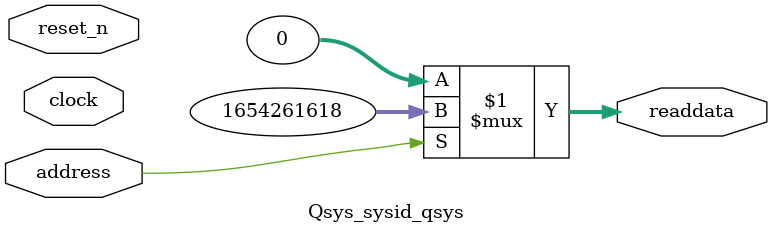
<source format=v>



// synthesis translate_off
`timescale 1ns / 1ps
// synthesis translate_on

// turn off superfluous verilog processor warnings 
// altera message_level Level1 
// altera message_off 10034 10035 10036 10037 10230 10240 10030 

module Qsys_sysid_qsys (
               // inputs:
                address,
                clock,
                reset_n,

               // outputs:
                readdata
             )
;

  output  [ 31: 0] readdata;
  input            address;
  input            clock;
  input            reset_n;

  wire    [ 31: 0] readdata;
  //control_slave, which is an e_avalon_slave
  assign readdata = address ? 1654261618 : 0;

endmodule



</source>
